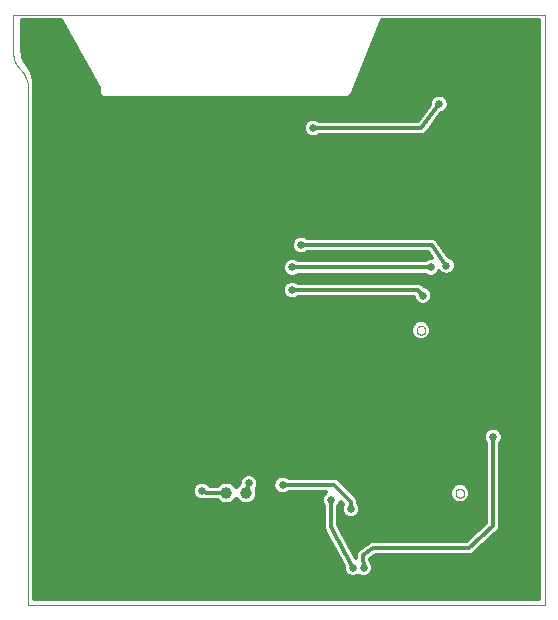
<source format=gbl>
G75*
%MOIN*%
%OFA0B0*%
%FSLAX25Y25*%
%IPPOS*%
%LPD*%
%AMOC8*
5,1,8,0,0,1.08239X$1,22.5*
%
%ADD10C,0.00000*%
%ADD11C,0.21000*%
%ADD12C,0.12268*%
%ADD13C,0.03937*%
%ADD14C,0.02578*%
%ADD15C,0.01200*%
%ADD16R,0.02578X0.02578*%
D10*
X0006083Y0042283D02*
X0006083Y0214207D01*
X0006080Y0214441D01*
X0006072Y0214675D01*
X0006058Y0214909D01*
X0006038Y0215143D01*
X0006013Y0215376D01*
X0005983Y0215608D01*
X0005947Y0215839D01*
X0005905Y0216070D01*
X0005858Y0216299D01*
X0005806Y0216528D01*
X0005748Y0216755D01*
X0005684Y0216980D01*
X0005616Y0217204D01*
X0005542Y0217426D01*
X0005462Y0217647D01*
X0005378Y0217865D01*
X0005288Y0218082D01*
X0005194Y0218296D01*
X0005094Y0218508D01*
X0004989Y0218717D01*
X0004879Y0218924D01*
X0004764Y0219129D01*
X0004645Y0219330D01*
X0004520Y0219529D01*
X0004391Y0219724D01*
X0004258Y0219917D01*
X0004120Y0220106D01*
X0003977Y0220292D01*
X0003830Y0220474D01*
X0003679Y0220653D01*
X0003523Y0220828D01*
X0003364Y0220999D01*
X0003200Y0221167D01*
X0001083Y0226278D02*
X0001083Y0239134D01*
X0178248Y0239134D01*
X0178248Y0042283D01*
X0006083Y0042283D01*
X0135496Y0133957D02*
X0135498Y0134034D01*
X0135504Y0134110D01*
X0135514Y0134186D01*
X0135528Y0134261D01*
X0135545Y0134336D01*
X0135567Y0134409D01*
X0135592Y0134482D01*
X0135622Y0134553D01*
X0135654Y0134622D01*
X0135691Y0134689D01*
X0135730Y0134755D01*
X0135773Y0134818D01*
X0135820Y0134879D01*
X0135869Y0134938D01*
X0135922Y0134994D01*
X0135977Y0135047D01*
X0136035Y0135097D01*
X0136095Y0135144D01*
X0136158Y0135188D01*
X0136223Y0135229D01*
X0136290Y0135266D01*
X0136359Y0135300D01*
X0136429Y0135330D01*
X0136501Y0135356D01*
X0136575Y0135378D01*
X0136649Y0135397D01*
X0136724Y0135412D01*
X0136800Y0135423D01*
X0136876Y0135430D01*
X0136953Y0135433D01*
X0137029Y0135432D01*
X0137106Y0135427D01*
X0137182Y0135418D01*
X0137258Y0135405D01*
X0137332Y0135388D01*
X0137406Y0135368D01*
X0137479Y0135343D01*
X0137550Y0135315D01*
X0137620Y0135283D01*
X0137688Y0135248D01*
X0137754Y0135209D01*
X0137818Y0135167D01*
X0137879Y0135121D01*
X0137939Y0135072D01*
X0137995Y0135021D01*
X0138049Y0134966D01*
X0138100Y0134909D01*
X0138148Y0134849D01*
X0138193Y0134787D01*
X0138234Y0134722D01*
X0138272Y0134656D01*
X0138307Y0134588D01*
X0138337Y0134517D01*
X0138365Y0134446D01*
X0138388Y0134373D01*
X0138408Y0134299D01*
X0138424Y0134224D01*
X0138436Y0134148D01*
X0138444Y0134072D01*
X0138448Y0133995D01*
X0138448Y0133919D01*
X0138444Y0133842D01*
X0138436Y0133766D01*
X0138424Y0133690D01*
X0138408Y0133615D01*
X0138388Y0133541D01*
X0138365Y0133468D01*
X0138337Y0133397D01*
X0138307Y0133326D01*
X0138272Y0133258D01*
X0138234Y0133192D01*
X0138193Y0133127D01*
X0138148Y0133065D01*
X0138100Y0133005D01*
X0138049Y0132948D01*
X0137995Y0132893D01*
X0137939Y0132842D01*
X0137879Y0132793D01*
X0137818Y0132747D01*
X0137754Y0132705D01*
X0137688Y0132666D01*
X0137620Y0132631D01*
X0137550Y0132599D01*
X0137479Y0132571D01*
X0137406Y0132546D01*
X0137332Y0132526D01*
X0137258Y0132509D01*
X0137182Y0132496D01*
X0137106Y0132487D01*
X0137029Y0132482D01*
X0136953Y0132481D01*
X0136876Y0132484D01*
X0136800Y0132491D01*
X0136724Y0132502D01*
X0136649Y0132517D01*
X0136575Y0132536D01*
X0136501Y0132558D01*
X0136429Y0132584D01*
X0136359Y0132614D01*
X0136290Y0132648D01*
X0136223Y0132685D01*
X0136158Y0132726D01*
X0136095Y0132770D01*
X0136035Y0132817D01*
X0135977Y0132867D01*
X0135922Y0132920D01*
X0135869Y0132976D01*
X0135820Y0133035D01*
X0135773Y0133096D01*
X0135730Y0133159D01*
X0135691Y0133225D01*
X0135654Y0133292D01*
X0135622Y0133361D01*
X0135592Y0133432D01*
X0135567Y0133505D01*
X0135545Y0133578D01*
X0135528Y0133653D01*
X0135514Y0133728D01*
X0135504Y0133804D01*
X0135498Y0133880D01*
X0135496Y0133957D01*
X0148489Y0079626D02*
X0148491Y0079703D01*
X0148497Y0079779D01*
X0148507Y0079855D01*
X0148521Y0079930D01*
X0148538Y0080005D01*
X0148560Y0080078D01*
X0148585Y0080151D01*
X0148615Y0080222D01*
X0148647Y0080291D01*
X0148684Y0080358D01*
X0148723Y0080424D01*
X0148766Y0080487D01*
X0148813Y0080548D01*
X0148862Y0080607D01*
X0148915Y0080663D01*
X0148970Y0080716D01*
X0149028Y0080766D01*
X0149088Y0080813D01*
X0149151Y0080857D01*
X0149216Y0080898D01*
X0149283Y0080935D01*
X0149352Y0080969D01*
X0149422Y0080999D01*
X0149494Y0081025D01*
X0149568Y0081047D01*
X0149642Y0081066D01*
X0149717Y0081081D01*
X0149793Y0081092D01*
X0149869Y0081099D01*
X0149946Y0081102D01*
X0150022Y0081101D01*
X0150099Y0081096D01*
X0150175Y0081087D01*
X0150251Y0081074D01*
X0150325Y0081057D01*
X0150399Y0081037D01*
X0150472Y0081012D01*
X0150543Y0080984D01*
X0150613Y0080952D01*
X0150681Y0080917D01*
X0150747Y0080878D01*
X0150811Y0080836D01*
X0150872Y0080790D01*
X0150932Y0080741D01*
X0150988Y0080690D01*
X0151042Y0080635D01*
X0151093Y0080578D01*
X0151141Y0080518D01*
X0151186Y0080456D01*
X0151227Y0080391D01*
X0151265Y0080325D01*
X0151300Y0080257D01*
X0151330Y0080186D01*
X0151358Y0080115D01*
X0151381Y0080042D01*
X0151401Y0079968D01*
X0151417Y0079893D01*
X0151429Y0079817D01*
X0151437Y0079741D01*
X0151441Y0079664D01*
X0151441Y0079588D01*
X0151437Y0079511D01*
X0151429Y0079435D01*
X0151417Y0079359D01*
X0151401Y0079284D01*
X0151381Y0079210D01*
X0151358Y0079137D01*
X0151330Y0079066D01*
X0151300Y0078995D01*
X0151265Y0078927D01*
X0151227Y0078861D01*
X0151186Y0078796D01*
X0151141Y0078734D01*
X0151093Y0078674D01*
X0151042Y0078617D01*
X0150988Y0078562D01*
X0150932Y0078511D01*
X0150872Y0078462D01*
X0150811Y0078416D01*
X0150747Y0078374D01*
X0150681Y0078335D01*
X0150613Y0078300D01*
X0150543Y0078268D01*
X0150472Y0078240D01*
X0150399Y0078215D01*
X0150325Y0078195D01*
X0150251Y0078178D01*
X0150175Y0078165D01*
X0150099Y0078156D01*
X0150022Y0078151D01*
X0149946Y0078150D01*
X0149869Y0078153D01*
X0149793Y0078160D01*
X0149717Y0078171D01*
X0149642Y0078186D01*
X0149568Y0078205D01*
X0149494Y0078227D01*
X0149422Y0078253D01*
X0149352Y0078283D01*
X0149283Y0078317D01*
X0149216Y0078354D01*
X0149151Y0078395D01*
X0149088Y0078439D01*
X0149028Y0078486D01*
X0148970Y0078536D01*
X0148915Y0078589D01*
X0148862Y0078645D01*
X0148813Y0078704D01*
X0148766Y0078765D01*
X0148723Y0078828D01*
X0148684Y0078894D01*
X0148647Y0078961D01*
X0148615Y0079030D01*
X0148585Y0079101D01*
X0148560Y0079174D01*
X0148538Y0079247D01*
X0148521Y0079322D01*
X0148507Y0079397D01*
X0148497Y0079473D01*
X0148491Y0079549D01*
X0148489Y0079626D01*
X0003199Y0221166D02*
X0003075Y0221293D01*
X0002955Y0221423D01*
X0002837Y0221556D01*
X0002723Y0221692D01*
X0002612Y0221830D01*
X0002505Y0221972D01*
X0002401Y0222115D01*
X0002300Y0222262D01*
X0002204Y0222411D01*
X0002110Y0222562D01*
X0002021Y0222715D01*
X0001936Y0222870D01*
X0001854Y0223028D01*
X0001776Y0223187D01*
X0001702Y0223349D01*
X0001632Y0223512D01*
X0001566Y0223676D01*
X0001505Y0223843D01*
X0001447Y0224010D01*
X0001393Y0224180D01*
X0001344Y0224350D01*
X0001299Y0224521D01*
X0001258Y0224694D01*
X0001221Y0224868D01*
X0001188Y0225042D01*
X0001160Y0225217D01*
X0001136Y0225393D01*
X0001117Y0225569D01*
X0001102Y0225746D01*
X0001091Y0225923D01*
X0001084Y0226101D01*
X0001082Y0226278D01*
D11*
X0146618Y0181004D03*
D12*
X0012500Y0230020D03*
D13*
X0072083Y0079683D03*
X0078683Y0079683D03*
X0085483Y0079683D03*
D14*
X0090883Y0082283D03*
X0095083Y0073283D03*
X0095083Y0068283D03*
X0099083Y0065283D03*
X0102483Y0060683D03*
X0107083Y0060683D03*
X0107083Y0056883D03*
X0107083Y0053083D03*
X0107083Y0049283D03*
X0107083Y0045283D03*
X0114308Y0054783D03*
X0117857Y0054783D03*
X0116083Y0062283D03*
X0113683Y0064283D03*
X0116083Y0066283D03*
X0118483Y0064283D03*
X0125483Y0065283D03*
X0125483Y0070083D03*
X0130083Y0070083D03*
X0130083Y0065283D03*
X0127083Y0057083D03*
X0127083Y0053483D03*
X0113683Y0074283D03*
X0107083Y0077283D03*
X0118683Y0086483D03*
X0122683Y0086483D03*
X0127083Y0086483D03*
X0161083Y0098283D03*
X0167283Y0062083D03*
X0167283Y0054483D03*
X0132083Y0141283D03*
X0137683Y0145483D03*
X0140283Y0154883D03*
X0145483Y0155483D03*
X0143083Y0209283D03*
X0101083Y0201283D03*
X0097083Y0162283D03*
X0094083Y0154883D03*
X0094083Y0147283D03*
X0079683Y0082883D03*
X0063965Y0080283D03*
D15*
X0065683Y0079683D01*
X0072083Y0079683D01*
X0074769Y0077040D02*
X0075996Y0077040D01*
X0075488Y0077549D02*
X0076548Y0076489D01*
X0077933Y0075915D01*
X0079432Y0075915D01*
X0080817Y0076489D01*
X0081877Y0077549D01*
X0082451Y0078934D01*
X0082451Y0080433D01*
X0082202Y0081034D01*
X0082301Y0081134D01*
X0082772Y0082269D01*
X0082772Y0083498D01*
X0082301Y0084633D01*
X0081432Y0085502D01*
X0080297Y0085972D01*
X0079068Y0085972D01*
X0077933Y0085502D01*
X0077064Y0084633D01*
X0076594Y0083498D01*
X0076594Y0082897D01*
X0076548Y0082878D01*
X0075488Y0081818D01*
X0075383Y0081564D01*
X0075277Y0081818D01*
X0074217Y0082878D01*
X0072832Y0083452D01*
X0071333Y0083452D01*
X0069948Y0082878D01*
X0069153Y0082083D01*
X0066533Y0082083D01*
X0065714Y0082902D01*
X0064579Y0083372D01*
X0063350Y0083372D01*
X0062215Y0082902D01*
X0061346Y0082033D01*
X0060876Y0080898D01*
X0060876Y0079669D01*
X0061346Y0078534D01*
X0062215Y0077665D01*
X0063350Y0077195D01*
X0064579Y0077195D01*
X0065000Y0077369D01*
X0065205Y0077283D01*
X0065276Y0077283D01*
X0065342Y0077260D01*
X0065751Y0077283D01*
X0069153Y0077283D01*
X0069948Y0076489D01*
X0071333Y0075915D01*
X0072832Y0075915D01*
X0074217Y0076489D01*
X0075277Y0077549D01*
X0075383Y0077803D01*
X0075488Y0077549D01*
X0078683Y0079683D02*
X0079683Y0082883D01*
X0082468Y0084231D02*
X0088462Y0084231D01*
X0088264Y0084033D02*
X0087794Y0082898D01*
X0087794Y0081669D01*
X0088264Y0080534D01*
X0089133Y0079665D01*
X0090268Y0079195D01*
X0091497Y0079195D01*
X0092632Y0079665D01*
X0092851Y0079883D01*
X0105314Y0079883D01*
X0104464Y0079033D01*
X0103994Y0077898D01*
X0103994Y0076669D01*
X0104464Y0075534D01*
X0104683Y0075315D01*
X0104683Y0068639D01*
X0104647Y0068522D01*
X0104683Y0068165D01*
X0104683Y0067806D01*
X0104729Y0067693D01*
X0104741Y0067572D01*
X0104911Y0067256D01*
X0105048Y0066924D01*
X0105134Y0066838D01*
X0111235Y0055438D01*
X0111219Y0055398D01*
X0111219Y0054169D01*
X0111689Y0053034D01*
X0112558Y0052165D01*
X0113693Y0051695D01*
X0114922Y0051695D01*
X0116058Y0052165D01*
X0116083Y0052190D01*
X0116108Y0052165D01*
X0117243Y0051695D01*
X0118472Y0051695D01*
X0119607Y0052165D01*
X0120476Y0053034D01*
X0120946Y0054169D01*
X0120946Y0055398D01*
X0120476Y0056533D01*
X0120160Y0056850D01*
X0120119Y0057678D01*
X0121840Y0058883D01*
X0153045Y0058883D01*
X0153485Y0058870D01*
X0153521Y0058883D01*
X0153560Y0058883D01*
X0153967Y0059052D01*
X0154378Y0059207D01*
X0154406Y0059234D01*
X0154442Y0059249D01*
X0154753Y0059560D01*
X0162406Y0066750D01*
X0162442Y0066765D01*
X0162753Y0067076D01*
X0163074Y0067377D01*
X0163090Y0067412D01*
X0163117Y0067440D01*
X0163286Y0067846D01*
X0163467Y0068247D01*
X0163468Y0068286D01*
X0163483Y0068322D01*
X0163483Y0068762D01*
X0163496Y0069202D01*
X0163483Y0069238D01*
X0163483Y0096315D01*
X0163701Y0096534D01*
X0164172Y0097669D01*
X0164172Y0098898D01*
X0163701Y0100033D01*
X0162832Y0100902D01*
X0161697Y0101372D01*
X0160468Y0101372D01*
X0159333Y0100902D01*
X0158464Y0100033D01*
X0157994Y0098898D01*
X0157994Y0097669D01*
X0158464Y0096534D01*
X0158683Y0096315D01*
X0158683Y0069837D01*
X0152132Y0063683D01*
X0121292Y0063683D01*
X0121028Y0063730D01*
X0120819Y0063683D01*
X0120605Y0063683D01*
X0120358Y0063581D01*
X0120096Y0063523D01*
X0119921Y0063400D01*
X0119723Y0063318D01*
X0119534Y0063129D01*
X0116448Y0060966D01*
X0116200Y0060849D01*
X0116060Y0060695D01*
X0115889Y0060575D01*
X0115743Y0060345D01*
X0115559Y0060142D01*
X0115489Y0059946D01*
X0115377Y0059770D01*
X0115329Y0059501D01*
X0115237Y0059243D01*
X0115247Y0059035D01*
X0115211Y0058829D01*
X0115270Y0058563D01*
X0115297Y0058022D01*
X0109483Y0068885D01*
X0109483Y0075315D01*
X0109701Y0075534D01*
X0110172Y0076669D01*
X0110172Y0076800D01*
X0111027Y0075945D01*
X0110594Y0074898D01*
X0110594Y0073669D01*
X0111064Y0072534D01*
X0111933Y0071665D01*
X0113068Y0071195D01*
X0114297Y0071195D01*
X0115432Y0071665D01*
X0116301Y0072534D01*
X0116772Y0073669D01*
X0116772Y0074898D01*
X0116301Y0076033D01*
X0116083Y0076252D01*
X0116083Y0077161D01*
X0115717Y0078043D01*
X0110117Y0083643D01*
X0109442Y0084318D01*
X0108560Y0084683D01*
X0092851Y0084683D01*
X0092632Y0084902D01*
X0091497Y0085372D01*
X0090268Y0085372D01*
X0089133Y0084902D01*
X0088264Y0084033D01*
X0087850Y0083033D02*
X0082772Y0083033D01*
X0082592Y0081834D02*
X0087794Y0081834D01*
X0088222Y0080636D02*
X0082367Y0080636D01*
X0082451Y0079437D02*
X0089682Y0079437D01*
X0092083Y0079437D02*
X0104868Y0079437D01*
X0104135Y0078239D02*
X0082163Y0078239D01*
X0081369Y0077040D02*
X0103994Y0077040D01*
X0104336Y0075842D02*
X0008083Y0075842D01*
X0008083Y0077040D02*
X0069396Y0077040D01*
X0070321Y0083033D02*
X0065399Y0083033D01*
X0062530Y0083033D02*
X0008083Y0083033D01*
X0008083Y0084231D02*
X0076898Y0084231D01*
X0076594Y0083033D02*
X0073844Y0083033D01*
X0075261Y0081834D02*
X0075504Y0081834D01*
X0077861Y0085430D02*
X0008083Y0085430D01*
X0008083Y0086628D02*
X0158683Y0086628D01*
X0158683Y0085430D02*
X0081505Y0085430D01*
X0090883Y0082283D02*
X0108083Y0082283D01*
X0113683Y0076683D01*
X0113683Y0074283D01*
X0116014Y0072246D02*
X0158683Y0072246D01*
X0158683Y0071048D02*
X0109483Y0071048D01*
X0109483Y0072246D02*
X0111351Y0072246D01*
X0110687Y0073445D02*
X0109483Y0073445D01*
X0109483Y0074643D02*
X0110594Y0074643D01*
X0110985Y0075842D02*
X0109829Y0075842D01*
X0107083Y0077283D02*
X0107083Y0068283D01*
X0114308Y0054783D01*
X0115350Y0051872D02*
X0116816Y0051872D01*
X0118899Y0051872D02*
X0176448Y0051872D01*
X0176448Y0053070D02*
X0120491Y0053070D01*
X0120946Y0054269D02*
X0176448Y0054269D01*
X0176448Y0055467D02*
X0120918Y0055467D01*
X0120344Y0056666D02*
X0176448Y0056666D01*
X0176448Y0057864D02*
X0120385Y0057864D01*
X0117657Y0058883D02*
X0121083Y0061283D01*
X0153083Y0061283D01*
X0161083Y0068799D01*
X0161083Y0098283D01*
X0157994Y0098614D02*
X0008083Y0098614D01*
X0008083Y0099812D02*
X0158372Y0099812D01*
X0159595Y0101011D02*
X0008083Y0101011D01*
X0008083Y0102209D02*
X0176448Y0102209D01*
X0176448Y0101011D02*
X0162571Y0101011D01*
X0163793Y0099812D02*
X0176448Y0099812D01*
X0176448Y0098614D02*
X0164172Y0098614D01*
X0164066Y0097415D02*
X0176448Y0097415D01*
X0176448Y0096216D02*
X0163483Y0096216D01*
X0163483Y0095018D02*
X0176448Y0095018D01*
X0176448Y0093819D02*
X0163483Y0093819D01*
X0163483Y0092621D02*
X0176448Y0092621D01*
X0176448Y0091422D02*
X0163483Y0091422D01*
X0163483Y0090224D02*
X0176448Y0090224D01*
X0176448Y0089025D02*
X0163483Y0089025D01*
X0163483Y0087827D02*
X0176448Y0087827D01*
X0176448Y0086628D02*
X0163483Y0086628D01*
X0163483Y0085430D02*
X0176448Y0085430D01*
X0176448Y0084231D02*
X0163483Y0084231D01*
X0163483Y0083033D02*
X0176448Y0083033D01*
X0176448Y0081834D02*
X0163483Y0081834D01*
X0163483Y0080636D02*
X0176448Y0080636D01*
X0176448Y0079437D02*
X0163483Y0079437D01*
X0163483Y0078239D02*
X0176448Y0078239D01*
X0176448Y0077040D02*
X0163483Y0077040D01*
X0163483Y0075842D02*
X0176448Y0075842D01*
X0176448Y0074643D02*
X0163483Y0074643D01*
X0163483Y0073445D02*
X0176448Y0073445D01*
X0176448Y0072246D02*
X0163483Y0072246D01*
X0163483Y0071048D02*
X0176448Y0071048D01*
X0176448Y0069849D02*
X0163483Y0069849D01*
X0163483Y0068651D02*
X0176448Y0068651D01*
X0176448Y0067452D02*
X0163122Y0067452D01*
X0161878Y0066254D02*
X0176448Y0066254D01*
X0176448Y0065055D02*
X0160603Y0065055D01*
X0159327Y0063857D02*
X0176448Y0063857D01*
X0176448Y0062658D02*
X0158051Y0062658D01*
X0156775Y0061460D02*
X0176448Y0061460D01*
X0176448Y0060261D02*
X0155500Y0060261D01*
X0153995Y0059063D02*
X0176448Y0059063D01*
X0176448Y0050673D02*
X0008083Y0050673D01*
X0008083Y0049475D02*
X0176448Y0049475D01*
X0176448Y0048276D02*
X0008083Y0048276D01*
X0008083Y0047078D02*
X0176448Y0047078D01*
X0176448Y0045879D02*
X0008083Y0045879D01*
X0008083Y0044681D02*
X0176448Y0044681D01*
X0176448Y0044283D02*
X0008083Y0044283D01*
X0008083Y0215831D01*
X0007993Y0217155D01*
X0007726Y0218455D01*
X0007287Y0219708D01*
X0006683Y0220890D01*
X0005926Y0221979D01*
X0005279Y0222911D01*
X0004763Y0223921D01*
X0004387Y0224991D01*
X0004159Y0226102D01*
X0004083Y0227234D01*
X0004083Y0237283D01*
X0017083Y0237283D01*
X0029789Y0214594D01*
X0029789Y0212497D01*
X0030989Y0211296D01*
X0112688Y0211296D01*
X0113675Y0212283D01*
X0114083Y0212283D01*
X0124083Y0237283D01*
X0176448Y0237283D01*
X0176448Y0044283D01*
X0158683Y0069849D02*
X0109483Y0069849D01*
X0109608Y0068651D02*
X0157419Y0068651D01*
X0156144Y0067452D02*
X0110250Y0067452D01*
X0110891Y0066254D02*
X0154868Y0066254D01*
X0153592Y0065055D02*
X0111533Y0065055D01*
X0112174Y0063857D02*
X0152317Y0063857D01*
X0158683Y0073445D02*
X0116679Y0073445D01*
X0116772Y0074643D02*
X0158683Y0074643D01*
X0158683Y0075842D02*
X0116381Y0075842D01*
X0116083Y0077040D02*
X0147917Y0077040D01*
X0148109Y0076848D02*
X0149313Y0076350D01*
X0150616Y0076350D01*
X0151820Y0076848D01*
X0152742Y0077770D01*
X0153241Y0078974D01*
X0153241Y0080278D01*
X0152742Y0081482D01*
X0151820Y0082404D01*
X0150616Y0082902D01*
X0149313Y0082902D01*
X0148109Y0082404D01*
X0147187Y0081482D01*
X0146688Y0080278D01*
X0146688Y0078974D01*
X0147187Y0077770D01*
X0148109Y0076848D01*
X0146993Y0078239D02*
X0115521Y0078239D01*
X0114323Y0079437D02*
X0146688Y0079437D01*
X0146837Y0080636D02*
X0113124Y0080636D01*
X0111926Y0081834D02*
X0147539Y0081834D01*
X0152390Y0081834D02*
X0158683Y0081834D01*
X0158683Y0080636D02*
X0153093Y0080636D01*
X0153241Y0079437D02*
X0158683Y0079437D01*
X0158683Y0078239D02*
X0152936Y0078239D01*
X0152012Y0077040D02*
X0158683Y0077040D01*
X0158683Y0083033D02*
X0110727Y0083033D01*
X0109529Y0084231D02*
X0158683Y0084231D01*
X0158683Y0087827D02*
X0008083Y0087827D01*
X0008083Y0089025D02*
X0158683Y0089025D01*
X0158683Y0090224D02*
X0008083Y0090224D01*
X0008083Y0091422D02*
X0158683Y0091422D01*
X0158683Y0092621D02*
X0008083Y0092621D01*
X0008083Y0093819D02*
X0158683Y0093819D01*
X0158683Y0095018D02*
X0008083Y0095018D01*
X0008083Y0096216D02*
X0158683Y0096216D01*
X0158099Y0097415D02*
X0008083Y0097415D01*
X0008083Y0103408D02*
X0176448Y0103408D01*
X0176448Y0104606D02*
X0008083Y0104606D01*
X0008083Y0105805D02*
X0176448Y0105805D01*
X0176448Y0107003D02*
X0008083Y0107003D01*
X0008083Y0108202D02*
X0176448Y0108202D01*
X0176448Y0109400D02*
X0008083Y0109400D01*
X0008083Y0110599D02*
X0176448Y0110599D01*
X0176448Y0111797D02*
X0008083Y0111797D01*
X0008083Y0112996D02*
X0176448Y0112996D01*
X0176448Y0114194D02*
X0008083Y0114194D01*
X0008083Y0115393D02*
X0176448Y0115393D01*
X0176448Y0116591D02*
X0008083Y0116591D01*
X0008083Y0117790D02*
X0176448Y0117790D01*
X0176448Y0118988D02*
X0008083Y0118988D01*
X0008083Y0120187D02*
X0176448Y0120187D01*
X0176448Y0121385D02*
X0008083Y0121385D01*
X0008083Y0122584D02*
X0176448Y0122584D01*
X0176448Y0123782D02*
X0008083Y0123782D01*
X0008083Y0124981D02*
X0176448Y0124981D01*
X0176448Y0126179D02*
X0008083Y0126179D01*
X0008083Y0127378D02*
X0176448Y0127378D01*
X0176448Y0128576D02*
X0008083Y0128576D01*
X0008083Y0129775D02*
X0176448Y0129775D01*
X0176448Y0130973D02*
X0138331Y0130973D01*
X0138828Y0131179D02*
X0139750Y0132101D01*
X0140249Y0133305D01*
X0140249Y0134608D01*
X0139750Y0135813D01*
X0138828Y0136734D01*
X0137624Y0137233D01*
X0136321Y0137233D01*
X0135117Y0136734D01*
X0134195Y0135813D01*
X0133696Y0134608D01*
X0133696Y0133305D01*
X0134195Y0132101D01*
X0135117Y0131179D01*
X0136321Y0130680D01*
X0137624Y0130680D01*
X0138828Y0131179D01*
X0139779Y0132172D02*
X0176448Y0132172D01*
X0176448Y0133370D02*
X0140249Y0133370D01*
X0140249Y0134569D02*
X0176448Y0134569D01*
X0176448Y0135767D02*
X0139769Y0135767D01*
X0138269Y0136966D02*
X0176448Y0136966D01*
X0176448Y0138164D02*
X0008083Y0138164D01*
X0008083Y0136966D02*
X0135676Y0136966D01*
X0134176Y0135767D02*
X0008083Y0135767D01*
X0008083Y0134569D02*
X0133696Y0134569D01*
X0133696Y0133370D02*
X0008083Y0133370D01*
X0008083Y0132172D02*
X0134165Y0132172D01*
X0135613Y0130973D02*
X0008083Y0130973D01*
X0008083Y0139363D02*
X0176448Y0139363D01*
X0176448Y0140561D02*
X0008083Y0140561D01*
X0008083Y0141760D02*
X0176448Y0141760D01*
X0176448Y0142958D02*
X0139526Y0142958D01*
X0139432Y0142865D02*
X0140301Y0143734D01*
X0140772Y0144869D01*
X0140772Y0146098D01*
X0140301Y0147233D01*
X0139432Y0148102D01*
X0138297Y0148572D01*
X0137988Y0148572D01*
X0137917Y0148643D01*
X0137242Y0149318D01*
X0136360Y0149683D01*
X0096051Y0149683D01*
X0095832Y0149902D01*
X0094697Y0150372D01*
X0093468Y0150372D01*
X0092333Y0149902D01*
X0091464Y0149033D01*
X0090994Y0147898D01*
X0090994Y0146669D01*
X0091464Y0145534D01*
X0092333Y0144665D01*
X0093468Y0144195D01*
X0094697Y0144195D01*
X0095832Y0144665D01*
X0096051Y0144883D01*
X0134594Y0144883D01*
X0134594Y0144869D01*
X0135064Y0143734D01*
X0135933Y0142865D01*
X0137068Y0142395D01*
X0138297Y0142395D01*
X0139432Y0142865D01*
X0140477Y0144157D02*
X0176448Y0144157D01*
X0176448Y0145355D02*
X0140772Y0145355D01*
X0140583Y0146554D02*
X0176448Y0146554D01*
X0176448Y0147752D02*
X0139782Y0147752D01*
X0137609Y0148951D02*
X0176448Y0148951D01*
X0176448Y0150150D02*
X0095235Y0150150D01*
X0094697Y0151795D02*
X0095832Y0152265D01*
X0096051Y0152483D01*
X0138314Y0152483D01*
X0138533Y0152265D01*
X0139668Y0151795D01*
X0140897Y0151795D01*
X0142032Y0152265D01*
X0142901Y0153134D01*
X0143066Y0153532D01*
X0143733Y0152865D01*
X0144868Y0152395D01*
X0146097Y0152395D01*
X0147232Y0152865D01*
X0148101Y0153734D01*
X0148572Y0154869D01*
X0148572Y0156098D01*
X0148101Y0157233D01*
X0147232Y0158102D01*
X0146299Y0158489D01*
X0142798Y0163449D01*
X0142717Y0163643D01*
X0142525Y0163835D01*
X0142368Y0164058D01*
X0142191Y0164170D01*
X0142042Y0164318D01*
X0141791Y0164422D01*
X0141561Y0164567D01*
X0141354Y0164603D01*
X0141160Y0164683D01*
X0140888Y0164683D01*
X0140620Y0164730D01*
X0140415Y0164683D01*
X0099051Y0164683D01*
X0098832Y0164902D01*
X0097697Y0165372D01*
X0096468Y0165372D01*
X0095333Y0164902D01*
X0094464Y0164033D01*
X0093994Y0162898D01*
X0093994Y0161669D01*
X0094464Y0160534D01*
X0095333Y0159665D01*
X0096468Y0159195D01*
X0097697Y0159195D01*
X0098832Y0159665D01*
X0099051Y0159883D01*
X0139439Y0159883D01*
X0140788Y0157972D01*
X0139668Y0157972D01*
X0138533Y0157502D01*
X0138314Y0157283D01*
X0096051Y0157283D01*
X0095832Y0157502D01*
X0094697Y0157972D01*
X0093468Y0157972D01*
X0092333Y0157502D01*
X0091464Y0156633D01*
X0090994Y0155498D01*
X0090994Y0154269D01*
X0091464Y0153134D01*
X0092333Y0152265D01*
X0093468Y0151795D01*
X0094697Y0151795D01*
X0092930Y0150150D02*
X0008083Y0150150D01*
X0008083Y0151348D02*
X0176448Y0151348D01*
X0176448Y0152547D02*
X0146464Y0152547D01*
X0144501Y0152547D02*
X0142314Y0152547D01*
X0140283Y0154883D02*
X0094083Y0154883D01*
X0092051Y0152547D02*
X0008083Y0152547D01*
X0008083Y0153745D02*
X0091211Y0153745D01*
X0090994Y0154944D02*
X0008083Y0154944D01*
X0008083Y0156142D02*
X0091261Y0156142D01*
X0092171Y0157341D02*
X0008083Y0157341D01*
X0008083Y0158539D02*
X0140388Y0158539D01*
X0139542Y0159738D02*
X0098905Y0159738D01*
X0097083Y0162283D02*
X0140683Y0162283D01*
X0145483Y0155483D01*
X0147994Y0157341D02*
X0176448Y0157341D01*
X0176448Y0158539D02*
X0146263Y0158539D01*
X0145417Y0159738D02*
X0176448Y0159738D01*
X0176448Y0160936D02*
X0144571Y0160936D01*
X0143725Y0162135D02*
X0176448Y0162135D01*
X0176448Y0163333D02*
X0142879Y0163333D01*
X0141618Y0164532D02*
X0176448Y0164532D01*
X0176448Y0165730D02*
X0008083Y0165730D01*
X0008083Y0164532D02*
X0094962Y0164532D01*
X0094174Y0163333D02*
X0008083Y0163333D01*
X0008083Y0162135D02*
X0093994Y0162135D01*
X0094297Y0160936D02*
X0008083Y0160936D01*
X0008083Y0159738D02*
X0095260Y0159738D01*
X0095994Y0157341D02*
X0138371Y0157341D01*
X0135883Y0147283D02*
X0094083Y0147283D01*
X0091642Y0145355D02*
X0008083Y0145355D01*
X0008083Y0144157D02*
X0134889Y0144157D01*
X0135839Y0142958D02*
X0008083Y0142958D01*
X0008083Y0146554D02*
X0091041Y0146554D01*
X0090994Y0147752D02*
X0008083Y0147752D01*
X0008083Y0148951D02*
X0091430Y0148951D01*
X0100468Y0198195D02*
X0099333Y0198665D01*
X0098464Y0199534D01*
X0097994Y0200669D01*
X0097994Y0201898D01*
X0098464Y0203033D01*
X0099333Y0203902D01*
X0100468Y0204372D01*
X0101697Y0204372D01*
X0102832Y0203902D01*
X0103051Y0203683D01*
X0135883Y0203683D01*
X0139994Y0209165D01*
X0139994Y0209898D01*
X0140464Y0211033D01*
X0141333Y0211902D01*
X0142468Y0212372D01*
X0143697Y0212372D01*
X0144832Y0211902D01*
X0145701Y0211033D01*
X0146172Y0209898D01*
X0146172Y0208669D01*
X0145701Y0207534D01*
X0144832Y0206665D01*
X0143797Y0206236D01*
X0139184Y0200086D01*
X0139117Y0199924D01*
X0138900Y0199707D01*
X0138716Y0199462D01*
X0138566Y0199373D01*
X0138442Y0199249D01*
X0138159Y0199131D01*
X0137895Y0198975D01*
X0137722Y0198950D01*
X0137560Y0198883D01*
X0137253Y0198883D01*
X0136949Y0198840D01*
X0136780Y0198883D01*
X0103051Y0198883D01*
X0102832Y0198665D01*
X0101697Y0198195D01*
X0100468Y0198195D01*
X0098709Y0199288D02*
X0008083Y0199288D01*
X0008083Y0198090D02*
X0176448Y0198090D01*
X0176448Y0199288D02*
X0138482Y0199288D01*
X0139485Y0200487D02*
X0176448Y0200487D01*
X0176448Y0201685D02*
X0140384Y0201685D01*
X0141283Y0202884D02*
X0176448Y0202884D01*
X0176448Y0204083D02*
X0142182Y0204083D01*
X0143081Y0205281D02*
X0176448Y0205281D01*
X0176448Y0206480D02*
X0144385Y0206480D01*
X0145761Y0207678D02*
X0176448Y0207678D01*
X0176448Y0208877D02*
X0146172Y0208877D01*
X0146098Y0210075D02*
X0176448Y0210075D01*
X0176448Y0211274D02*
X0145461Y0211274D01*
X0143083Y0209283D02*
X0137083Y0201283D01*
X0101083Y0201283D01*
X0102397Y0204083D02*
X0136182Y0204083D01*
X0137081Y0205281D02*
X0008083Y0205281D01*
X0008083Y0204083D02*
X0099768Y0204083D01*
X0098402Y0202884D02*
X0008083Y0202884D01*
X0008083Y0201685D02*
X0097994Y0201685D01*
X0098069Y0200487D02*
X0008083Y0200487D01*
X0008083Y0196891D02*
X0176448Y0196891D01*
X0176448Y0195693D02*
X0008083Y0195693D01*
X0008083Y0194494D02*
X0176448Y0194494D01*
X0176448Y0193296D02*
X0008083Y0193296D01*
X0008083Y0192097D02*
X0176448Y0192097D01*
X0176448Y0190899D02*
X0008083Y0190899D01*
X0008083Y0189700D02*
X0176448Y0189700D01*
X0176448Y0188502D02*
X0008083Y0188502D01*
X0008083Y0187303D02*
X0176448Y0187303D01*
X0176448Y0186105D02*
X0008083Y0186105D01*
X0008083Y0184906D02*
X0176448Y0184906D01*
X0176448Y0183708D02*
X0008083Y0183708D01*
X0008083Y0182509D02*
X0176448Y0182509D01*
X0176448Y0181311D02*
X0008083Y0181311D01*
X0008083Y0180112D02*
X0176448Y0180112D01*
X0176448Y0178914D02*
X0008083Y0178914D01*
X0008083Y0177715D02*
X0176448Y0177715D01*
X0176448Y0176517D02*
X0008083Y0176517D01*
X0008083Y0175318D02*
X0176448Y0175318D01*
X0176448Y0174120D02*
X0008083Y0174120D01*
X0008083Y0172921D02*
X0176448Y0172921D01*
X0176448Y0171723D02*
X0008083Y0171723D01*
X0008083Y0170524D02*
X0176448Y0170524D01*
X0176448Y0169326D02*
X0008083Y0169326D01*
X0008083Y0168127D02*
X0176448Y0168127D01*
X0176448Y0166929D02*
X0008083Y0166929D01*
X0008083Y0206480D02*
X0137980Y0206480D01*
X0138879Y0207678D02*
X0008083Y0207678D01*
X0008083Y0208877D02*
X0139777Y0208877D01*
X0140067Y0210075D02*
X0008083Y0210075D01*
X0008083Y0211274D02*
X0140704Y0211274D01*
X0122308Y0232847D02*
X0176448Y0232847D01*
X0176448Y0234045D02*
X0122787Y0234045D01*
X0123267Y0235244D02*
X0176448Y0235244D01*
X0176448Y0236442D02*
X0123746Y0236442D01*
X0121829Y0231648D02*
X0176448Y0231648D01*
X0176448Y0230450D02*
X0121349Y0230450D01*
X0120870Y0229251D02*
X0176448Y0229251D01*
X0176448Y0228053D02*
X0120390Y0228053D01*
X0119911Y0226854D02*
X0176448Y0226854D01*
X0176448Y0225656D02*
X0119432Y0225656D01*
X0118952Y0224457D02*
X0176448Y0224457D01*
X0176448Y0223259D02*
X0118473Y0223259D01*
X0117993Y0222060D02*
X0176448Y0222060D01*
X0176448Y0220862D02*
X0117514Y0220862D01*
X0117035Y0219663D02*
X0176448Y0219663D01*
X0176448Y0218465D02*
X0116555Y0218465D01*
X0116076Y0217266D02*
X0176448Y0217266D01*
X0176448Y0216068D02*
X0115596Y0216068D01*
X0115117Y0214869D02*
X0176448Y0214869D01*
X0176448Y0213671D02*
X0114638Y0213671D01*
X0114158Y0212472D02*
X0176448Y0212472D01*
X0176448Y0156142D02*
X0148553Y0156142D01*
X0148572Y0154944D02*
X0176448Y0154944D01*
X0176448Y0153745D02*
X0148106Y0153745D01*
X0137683Y0145483D02*
X0135883Y0147283D01*
X0104683Y0074643D02*
X0008083Y0074643D01*
X0008083Y0073445D02*
X0104683Y0073445D01*
X0104683Y0072246D02*
X0008083Y0072246D01*
X0008083Y0071048D02*
X0104683Y0071048D01*
X0104683Y0069849D02*
X0008083Y0069849D01*
X0008083Y0068651D02*
X0104683Y0068651D01*
X0104805Y0067452D02*
X0008083Y0067452D01*
X0008083Y0066254D02*
X0105447Y0066254D01*
X0106088Y0065055D02*
X0008083Y0065055D01*
X0008083Y0063857D02*
X0106730Y0063857D01*
X0107371Y0062658D02*
X0008083Y0062658D01*
X0008083Y0061460D02*
X0108013Y0061460D01*
X0108654Y0060261D02*
X0008083Y0060261D01*
X0008083Y0059063D02*
X0109296Y0059063D01*
X0109937Y0057864D02*
X0008083Y0057864D01*
X0008083Y0056666D02*
X0110578Y0056666D01*
X0111220Y0055467D02*
X0008083Y0055467D01*
X0008083Y0054269D02*
X0111219Y0054269D01*
X0111674Y0053070D02*
X0008083Y0053070D01*
X0008083Y0051872D02*
X0113266Y0051872D01*
X0117857Y0054783D02*
X0117657Y0058883D01*
X0115246Y0059063D02*
X0114740Y0059063D01*
X0114098Y0060261D02*
X0115667Y0060261D01*
X0117152Y0061460D02*
X0113457Y0061460D01*
X0112815Y0062658D02*
X0118862Y0062658D01*
X0061641Y0078239D02*
X0008083Y0078239D01*
X0008083Y0079437D02*
X0060972Y0079437D01*
X0060876Y0080636D02*
X0008083Y0080636D01*
X0008083Y0081834D02*
X0061263Y0081834D01*
X0029814Y0212472D02*
X0008083Y0212472D01*
X0008083Y0213671D02*
X0029789Y0213671D01*
X0029635Y0214869D02*
X0008083Y0214869D01*
X0008067Y0216068D02*
X0028964Y0216068D01*
X0028292Y0217266D02*
X0007970Y0217266D01*
X0007723Y0218465D02*
X0027621Y0218465D01*
X0026950Y0219663D02*
X0007303Y0219663D01*
X0006697Y0220862D02*
X0026279Y0220862D01*
X0025608Y0222060D02*
X0005870Y0222060D01*
X0005101Y0223259D02*
X0024937Y0223259D01*
X0024265Y0224457D02*
X0004575Y0224457D01*
X0004251Y0225656D02*
X0023594Y0225656D01*
X0022923Y0226854D02*
X0004108Y0226854D01*
X0004083Y0228053D02*
X0022252Y0228053D01*
X0021581Y0229251D02*
X0004083Y0229251D01*
X0004083Y0230450D02*
X0020910Y0230450D01*
X0020238Y0231648D02*
X0004083Y0231648D01*
X0004083Y0232847D02*
X0019567Y0232847D01*
X0018896Y0234045D02*
X0004083Y0234045D01*
X0004083Y0235244D02*
X0018225Y0235244D01*
X0017554Y0236442D02*
X0004083Y0236442D01*
D16*
X0014083Y0219283D03*
X0020083Y0223283D03*
X0139083Y0234283D03*
X0172083Y0234283D03*
X0140083Y0167283D03*
X0167883Y0105883D03*
X0167883Y0090883D03*
X0011083Y0048283D03*
M02*

</source>
